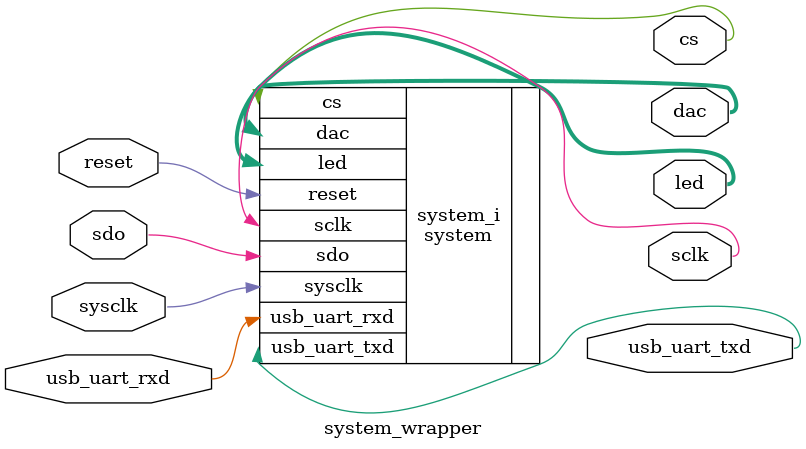
<source format=v>
`timescale 1 ps / 1 ps

module system_wrapper
   (cs,
    dac,
    led,
    reset,
    sclk,
    sdo,
    sysclk,
    usb_uart_rxd,
    usb_uart_txd);
  output cs;
  output [7:0]dac;
  output [1:0]led;
  input reset;
  output sclk;
  input sdo;
  input sysclk;
  input usb_uart_rxd;
  output usb_uart_txd;

  wire cs;
  wire [7:0]dac;
  wire [1:0]led;
  wire reset;
  wire sclk;
  wire sdo;
  wire sysclk;
  wire usb_uart_rxd;
  wire usb_uart_txd;

  system system_i
       (.cs(cs),
        .dac(dac),
        .led(led),
        .reset(reset),
        .sclk(sclk),
        .sdo(sdo),
        .sysclk(sysclk),
        .usb_uart_rxd(usb_uart_rxd),
        .usb_uart_txd(usb_uart_txd));
endmodule

</source>
